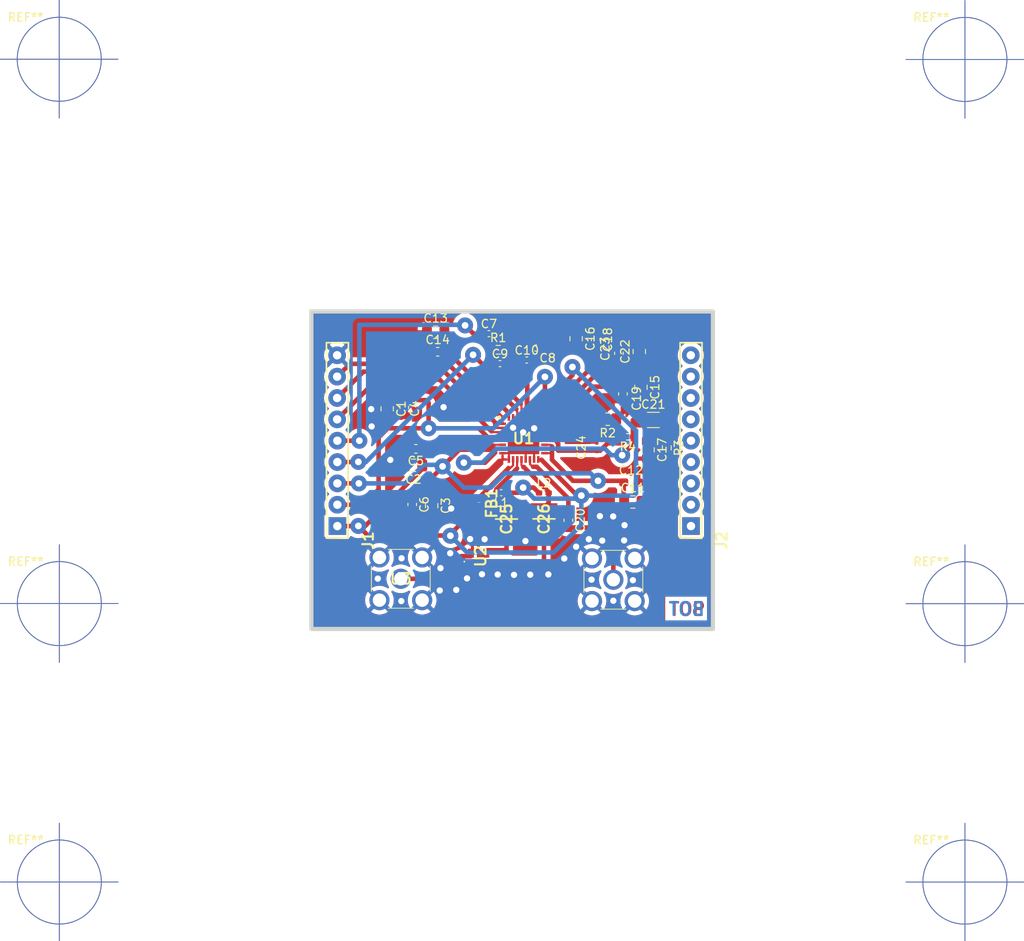
<source format=kicad_pcb>
(kicad_pcb (version 20240108) (generator "pcbnew") (generator_version "8.0")
  (layers (0 "F.Cu" signal) (31 "B.Cu" signal) (34 "B.Paste" user) (35 "F.Paste" user) (36 "B.SilkS" user "B.Silkscreen") (37 "F.SilkS" user "F.Silkscreen") (38 "B.Mask" user) (39 "F.Mask" user) (44 "Edge.Cuts" user))
  (net 0 "")
  (net 1 "/3.3V_d")
  (net 2 "GND")
  (net 3 "/3.3V_a")
  (net 4 "/5V")
  (net 5 "/REFIN_A")
  (net 6 "Net-(C7-Pad2)")
  (net 7 "Net-(C10-Pad1)")
  (net 8 "Net-(U1-REFIN_A)")
  (net 9 "Net-(U1-REFIN_B)")
  (net 10 "Net-(U1-CREG2)")
  (net 11 "Net-(U1-VREF)")
  (net 12 "Net-(U1-CREG1)")
  (net 13 "Net-(U1-CPout)")
  (net 14 "Net-(U1-RF_OUT_B)")
  (net 15 "/RF_B")
  (net 16 "Net-(C21-Pad2)")
  (net 17 "Net-(U1-VBIAS)")
  (net 18 "Net-(U1-VTUNE)")
  (net 19 "Net-(U1-RF_OUT_A+)")
  (net 20 "/RF_A+")
  (net 21 "Net-(U1-RF_OUT_A-)")
  (net 22 "/RF_A-")
  (net 23 "Net-(U1-Vrf)")
  (net 24 "/MUXOUT")
  (net 25 "/LE")
  (net 26 "/DATA")
  (net 27 "/CLK")
  (net 37 "Net-(U1-RSET)")
  (net 38 "/RF_A")
  (footprint "Resistor_SMD:R_0603_1608Metric_Pad0.98x0.95mm_HandSolder" (layer "F.Cu") (at 172.03 96.3 -90)
    (property "Reference" "R3")
    (property "Value" "68")
  )
  (footprint "riferimenti_pcb:aref-top" (layer "F.Cu") (at 99.75 147.96)
    (property "Reference" "REF**")
    (property "Value" "n" (hide yes))
  )
  (footprint "NCR2-113+:NCR2113" (layer "F.Cu") (at 149.64 109.19 90)
    (property "Reference" "U2")
    (property "Value" "NCR2-113+" (hide yes))
  )
  (footprint "riferimenti_pcb:aref-top" (layer "F.Cu") (at 207.5 114.84)
    (property "Reference" "REF**")
    (property "Value" "n" (hide yes))
  )
  (footprint "Capacitor_SMD:C_0603_1608Metric_Pad1.08x0.95mm_HandSolder" (layer "F.Cu") (at 140.7975 91.4825 -90)
    (property "Reference" "C4")
    (property "Value" "10p")
  )
  (footprint "ADF5355:CAPC2928X178N" (layer "F.Cu") (at 157.42 104.75 -90)
    (property "Reference" "C26")
    (property "Value" "1n" (hide yes))
  )
  (footprint "Capacitor_SMD:C_0805_2012Metric_Pad1.18x1.45mm_HandSolder" (layer "F.Cu") (at 141.8975 98.3775 180)
    (property "Reference" "C2")
    (property "Value" "0.1u")
  )
  (footprint "riferimenti_pcb:aref-bot" (layer "F.Cu") (at 207.5 50.08)
    (property "Reference" "REF**")
    (property "Value" "n" (hide yes))
  )
  (footprint "Capacitor_SMD:C_0201_0603Metric_Pad0.64x0.40mm_HandSolder" (layer "F.Cu") (at 163.71 96.16 90)
    (property "Reference" "C24")
    (property "Value" "6800p")
  )
  (footprint "riferimenti_pcb:aref-bot" (layer "F.Cu") (at 99.75 114.83)
    (property "Reference" "REF**")
    (property "Value" "n" (hide yes))
  )
  (footprint "Capacitor_SMD:C_0805_2012Metric_Pad1.18x1.45mm_HandSolder" (layer "F.Cu") (at 144.53 82.56)
    (property "Reference" "C13")
    (property "Value" "100n")
  )
  (footprint "ADF5355:CAPC2928X178N" (layer "F.Cu") (at 152.96 104.77 -90)
    (property "Reference" "C25")
    (property "Value" "1n" (hide yes))
  )
  (footprint "Capacitor_SMD:C_0805_2012Metric_Pad1.18x1.45mm_HandSolder" (layer "F.Cu") (at 167.99 102.74)
    (property "Reference" "C11")
    (property "Value" "0.1u")
  )
  (footprint "riferimenti_pcb:aref-top" (layer "F.Cu") (at 99.74 50.06)
    (property "Reference" "REF**")
    (property "Value" "n" (hide yes))
  )
  (footprint "Connettori_sma_verticali:SMAJPHSTTH1" (layer "F.Cu") (at 165.67 111.99)
    (property "Reference" "1")
    (property "Value" "SMA-J-P-H-ST-TH1" (hide yes))
  )
  (footprint "Inductor_SMD:L_0402_1005Metric_Pad0.77x0.64mm_HandSolder" (layer "F.Cu") (at 152.33 101.64 180)
    (property "Reference" "L1")
    (property "Value" "7.5n")
  )
  (footprint "Capacitor_SMD:C_0805_2012Metric_Pad1.18x1.45mm_HandSolder" (layer "F.Cu") (at 144.05 103.18 -90)
    (property "Reference" "C3")
    (property "Value" "0.1u")
  )
  (footprint "Capacitor_SMD:C_0603_1608Metric_Pad1.08x0.95mm_HandSolder" (layer "F.Cu") (at 144.77 84.87)
    (property "Reference" "C14")
    (property "Value" "10p")
  )
  (footprint "Resistor_SMD:R_0603_1608Metric_Pad0.98x0.95mm_HandSolder" (layer "F.Cu") (at 151.97 84.63)
    (property "Reference" "R1")
    (property "Value" "100")
  )
  (footprint "Capacitor_SMD:C_0805_2012Metric_Pad1.18x1.45mm_HandSolder" (layer "F.Cu") (at 138.7575 91.6525 -90)
    (property "Reference" "C1")
    (property "Value" "0.1u")
  )
  (footprint "Capacitor_SMD:C_0603_1608Metric_Pad1.08x0.95mm_HandSolder" (layer "F.Cu") (at 141.74 103.0375 -90)
    (property "Reference" "C6")
    (property "Value" "10p")
  )
  (footprint "BLM15AX100SN1D:NFZ15SG152SN10B" (layer "F.Cu") (at 149.66 102.79 90)
    (property "Reference" "FB1")
    (property "Value" "FerriteBead" (hide yes))
  )
  (footprint "Capacitor_SMD:C_1206_3216Metric_Pad1.33x1.80mm_HandSolder" (layer "F.Cu") (at 170.43 92.98)
    (property "Reference" "C21")
    (property "Value" "100n")
  )
  (footprint "Inductor_SMD:L_0402_1005Metric_Pad0.77x0.64mm_HandSolder" (layer "F.Cu") (at 157.4 101.67)
    (property "Reference" "L2")
    (property "Value" "7.5n")
  )
  (footprint "Resistor_SMD:R_0402_1005Metric_Pad0.72x0.64mm_HandSolder" (layer "F.Cu") (at 167.4 94.99 180)
    (property "Reference" "R4")
    (property "Value" "430")
  )
  (footprint "Capacitor_SMD:C_0603_1608Metric_Pad1.08x0.95mm_HandSolder" (layer "F.Cu") (at 142.1675 96.4175 180)
    (property "Reference" "C5")
    (property "Value" "10p")
  )
  (footprint "Capacitor_SMD:C_0603_1608Metric_Pad1.08x0.95mm_HandSolder" (layer "F.Cu") (at 166.81 89.88 -90)
    (property "Reference" "C19")
    (property "Value" "10p")
  )
  (footprint "Capacitor_SMD:C_0805_2012Metric_Pad1.18x1.45mm_HandSolder" (layer "F.Cu") (at 161.24 83.31 -90)
    (property "Reference" "C16")
    (property "Value" "100n")
  )
  (footprint "riferimenti_pcb:aref-top" (layer "F.Cu") (at 99.75 114.83)
    (property "Reference" "REF**")
    (property "Value" "n" (hide yes))
  )
  (footprint "riferimenti_pcb:aref-bot" (layer "F.Cu") (at 99.75 147.96)
    (property "Reference" "REF**")
    (property "Value" "n" (hide yes))
  )
  (footprint "Capacitor_SMD:C_0603_1608Metric_Pad1.08x0.95mm_HandSolder" (layer "F.Cu") (at 160.32 104.92 -90)
    (property "Reference" "C20")
    (property "Value" "10p")
  )
  (footprint "header_microwave:header_microwave" (layer "F.Cu") (at 174.885 105.6075 180)
    (property "Reference" "J2")
    (property "Value" "Conn_01x09" (hide yes))
  )
  (footprint "Capacitor_SMD:C_0603_1608Metric_Pad1.08x0.95mm_HandSolder" (layer "F.Cu") (at 167.77 100.41)
    (property "Reference" "C12")
    (property "Value" "10p")
  )
  (footprint "Capacitor_SMD:C_0402_1005Metric_Pad0.74x0.62mm_HandSolder" (layer "F.Cu") (at 150.87 82.71)
    (property "Reference" "C7")
    (property "Value" "1n")
  )
  (footprint "Capacitor_SMD:C_0402_1005Metric_Pad0.74x0.62mm_HandSolder" (layer "F.Cu") (at 156.43 84.42 180)
    (property "Reference" "C8")
    (property "Value" "1n")
  )
  (footprint "riferimenti_pcb:aref-bot" (layer "F.Cu") (at 99.74 50.06)
    (property "Reference" "REF**")
    (property "Value" "n" (hide yes))
  )
  (footprint "ADF5355:QFN50P500X500X80-33N-D" (layer "F.Cu") (at 154.99 95.18)
    (property "Reference" "U1")
    (property "Value" "ADF5355" (hide yes))
  )
  (footprint "Capacitor_SMD:C_0402_1005Metric_Pad0.74x0.62mm_HandSolder" (layer "F.Cu") (at 155.37 85.85)
    (property "Reference" "C10")
    (property "Value" "1n")
  )
  (footprint "Capacitor_SMD:C_0805_2012Metric_Pad1.18x1.45mm_HandSolder" (layer "F.Cu") (at 168.76 84.84 90)
    (property "Reference" "C22")
    (property "Value" "0.1u")
  )
  (footprint "riferimenti_pcb:aref-top" (layer "F.Cu") (at 207.5 147.97)
    (property "Reference" "REF**")
    (property "Value" "n" (hide yes))
  )
  (footprint "Capacitor_SMD:C_0603_1608Metric_Pad1.08x0.95mm_HandSolder" (layer "F.Cu") (at 163.57 83.42 -90)
    (property "Reference" "C18")
    (property "Value" "10p")
  )
  (footprint "riferimenti_pcb:aref-bot" (layer "F.Cu") (at 207.5 114.84)
    (property "Reference" "REF**")
    (property "Value" "n" (hide yes))
  )
  (footprint "Capacitor_SMD:C_0805_2012Metric_Pad1.18x1.45mm_HandSolder" (layer "F.Cu") (at 169.8 96.54 -90)
    (property "Reference" "C17")
    (property "Value" "33n")
  )
  (footprint "Connettori_sma_verticali:SMAJPHSTTH1" (layer "F.Cu") (at 140.38 111.88)
    (property "Reference" "U3")
    (property "Value" "SMA-J-P-H-ST-TH1" (hide yes))
  )
  (footprint "Capacitor_SMD:C_0805_2012Metric_Pad1.18x1.45mm_HandSolder" (layer "F.Cu") (at 168.95 89.1 -90)
    (property "Reference" "C15")
    (property "Value" "0.1u")
  )
  (footprint "Resistor_SMD:R_0805_2012Metric_Pad1.20x1.40mm_HandSolder" (layer "F.Cu") (at 165 92.89 180)
    (property "Reference" "R2")
    (property "Value" "4.7k")
  )
  (footprint "header_microwave:header_microwave" (layer "F.Cu") (at 132.805 105.6075 180)
    (property "Reference" "J1")
    (property "Value" "Conn_01x09" (hide yes))
  )
  (footprint "riferimenti_pcb:aref-top" (layer "F.Cu") (at 207.5 50.08)
    (property "Reference" "REF**")
    (property "Value" "n" (hide yes))
  )
  (footprint "riferimenti_pcb:aref-bot" (layer "F.Cu") (at 207.5 147.97)
    (property "Reference" "REF**")
    (property "Value" "n" (hide yes))
  )
  (footprint "Capacitor_SMD:C_0603_1608Metric_Pad1.08x0.95mm_HandSolder" (layer "F.Cu") (at 166.3325 85.05 90)
    (property "Reference" "C23")
    (property "Value" "10p")
  )
  (footprint "Capacitor_SMD:C_0402_1005Metric_Pad0.74x0.62mm_HandSolder" (layer "F.Cu") (at 152.18 86.28)
    (property "Reference" "C9")
    (property "Value" "1n")
  )
  (gr_rect (start 129.74 80.07) (end 177.52 117.85) (stroke (width 0.5)) (fill none) (layer "Edge.Cuts"))
  (gr_text "TOP" (at 174.47 115.49 0) (layer "F.Cu") (effects (font (size 1.5 1.5) (thickness 0.3))))
  (gr_text "BOT" (at 174.4 115.49 0) (layer "B.Cu") (effects (font (size 1.5 1.5) (thickness 0.3)) (justify mirror)))
  (segment (start 150.703604 94.93) (end 150.653604 94.98) (width 0.25) (layer "F.Cu") (net 1))
  (segment (start 149.66 93.97) (end 150.558918 94.868918) (width 0.541) (layer "F.Cu") (net 1))
  (segment (start 157.53 87.85) (end 157.53 89.729802) (width 0.541) (layer "F.Cu") (net 1))
  (segment (start 137.74 101.24) (end 137.74 95.07) (width 0.541) (layer "F.Cu") (net 1))
  (segment (start 132.83 103.0675) (end 135.9125 103.0675) (width 0.541) (layer "F.Cu") (net 1))
  (segment (start 157.53 89.729802) (end 155.842884 91.416918) (width 0.541) (layer "F.Cu") (net 1))
  (segment (start 138.84 93.97) (end 143.69 93.97) (width 0.541) (layer "F.Cu") (net 1))
  (segment (start 140.7925 90.615) (end 140.7975 90.62) (width 0.541) (layer "F.Cu") (net 1))
  (segment (start 135.9125 103.0675) (end 137.74 101.24) (width 0.541) (layer "F.Cu") (net 1))
  (segment (start 152.49 94.93) (end 150.703604 94.93) (width 0.25) (layer "F.Cu") (net 1))
  (segment (start 143.69 90.96) (end 143.69 93.97) (width 0.541) (layer "F.Cu") (net 1))
  (segment (start 140.7975 90.62) (end 143.35 90.62) (width 0.541) (layer "F.Cu") (net 1))
  (segment (start 138.7575 90.615) (end 140.7925 90.615) (width 0.541) (layer "F.Cu") (net 1))
  (segment (start 137.74 95.07) (end 138.84 93.97) (width 0.541) (layer "F.Cu") (net 1))
  (segment (start 143.69 93.97) (end 149.66 93.97) (width 0.541) (layer "F.Cu") (net 1))
  (segment (start 155.74 92.68) (end 155.74 91.314034) (width 0.25) (layer "F.Cu") (net 1))
  (segment (start 143.35 90.62) (end 143.69 90.96) (width 0.541) (layer "F.Cu") (net 1))
  (segment (start 152.49 94.93) (end 152.48 94.94) (width 0.25) (layer "F.Cu") (net 1))
  (via (at 143.69 93.97) (size 1.9) (drill 0.8) (layers "F.Cu" "B.Cu") (net 1))
  (via (at 157.53 87.85) (size 1.9) (drill 0.8) (layers "F.Cu" "B.Cu") (net 1))
  (segment (start 143.69 93.97) (end 151.41 93.97) (width 0.541) (layer "B.Cu") (net 1))
  (segment (start 151.41 93.97) (end 157.53 87.85) (width 0.541) (layer "B.Cu") (net 1))
  (segment (start 138.7575 92.69) (end 140.4525 92.69) (width 0.541) (layer "F.Cu") (net 2))
  (segment (start 153.24 96.93) (end 154.99 95.18) (width 0.25) (layer "F.Cu") (net 2))
  (segment (start 152.49 96.93) (end 153.24 96.93) (width 0.25) (layer "F.Cu") (net 2))
  (segment (start 171.665 97.5775) (end 172.03 97.2125) (width 0.541) (layer "F.Cu") (net 2))
  (segment (start 153.74 92.68) (end 153.74 93.898) (width 0.25) (layer "F.Cu") (net 2))
  (segment (start 167.415 90.1375) (end 166.81 90.7425) (width 0.541) (layer "F.Cu") (net 2))
  (segment (start 140.4525 92.69) (end 140.7975 92.345) (width 0.541) (layer "F.Cu") (net 2))
  (segment (start 157.49 96.43) (end 156.24 96.43) (width 0.25) (layer "F.Cu") (net 2))
  (segment (start 163.6525 95.61) (end 163.7625 95.72) (width 0.25) (layer "F.Cu") (net 2))
  (segment (start 156.24 97.68) (end 156.24 96.43) (width 0.25) (layer "F.Cu") (net 2))
  (segment (start 166 93.04) (end 166 92.89) (width 0.25) (layer "F.Cu") (net 2))
  (segment (start 166.81 92.08) (end 166 92.89) (width 0.541) (layer "F.Cu") (net 2))
  (segment (start 169.8 97.5775) (end 171.665 97.5775) (width 0.541) (layer "F.Cu") (net 2))
  (segment (start 168.95 90.1375) (end 167.415 90.1375) (width 0.541) (layer "F.Cu") (net 2))
  (segment (start 166.81 90.7425) (end 166.81 92.08) (width 0.541) (layer "F.Cu") (net 2))
  (segment (start 157.49 94.93) (end 155.24 94.93) (width 0.25) (layer "F.Cu") (net 2))
  (segment (start 153.24 97.68) (end 153.24 96.93) (width 0.25) (layer "F.Cu") (net 2))
  (segment (start 155.24 97.68) (end 155.24 96.7035) (width 0.25) (layer "F.Cu") (net 2))
  (via (at 155.21 107.39) (size 0.8) (drill 0.75) (layers "F.Cu" "B.Cu") (net 2))
  (via (at 159.83 109.47) (size 0.8) (drill 0.75) (layers "F.Cu" "B.Cu") (net 2))
  (via (at 136.91 93.75) (size 0.8) (drill 0.75) (layers "F.Cu" "B.Cu") (net 2))
  (via (at 163.08 111.98) (size 0.8) (drill 0.75) (layers "F.Cu" "B.Cu") (net 2))
  (via (at 137.64 111.86) (size 0.8) (drill 0.75) (layers "F.Cu" "B.Cu") (net 2))
  (via (at 156.25 93.97) (size 0.8) (drill 0.75) (layers "F.Cu" "B.Cu") (net 2))
  (via (at 150.04 111.34) (size 0.8) (drill 0.75) (layers "F.Cu" "B.Cu") (net 2))
  (via (at 153.85 111.41) (size 0.8) (drill 0.75) (layers "F.Cu" "B.Cu") (net 2))
  (via (at 165.65 104.46) (size 0.8) (drill 0.75) (layers "F.Cu" "B.Cu") (net 2))
  (via (at 140.44 114.53) (size 0.8) (drill 0.75) (layers "F.Cu" "B.Cu") (net 2))
  (via (at 165.67 114.49) (size 0.8) (drill 0.75) (layers "F.Cu" "B.Cu") (net 2))
  (via (at 155.78 111.39) (size 0.8) (drill 0.75) (layers "F.Cu" "B.Cu") (net 2))
  (via (at 148.63 107.15) (size 0.8) (drill 0.75) (layers "F.Cu" "B.Cu") (net 2))
  (via (at 164.35 107.34) (size 0.8) (drill 0.75) (layers "F.Cu" "B.Cu") (net 2))
  (via (at 150.35 107.17) (size 0.8) (drill 0.75) (layers "F.Cu" "B.Cu") (net 2))
  (via (at 168 112.05) (size 0.8) (drill 0.75) (layers "F.Cu" "B.Cu") (net 2))
  (via (at 146.26 108.84) (size 0.8) (drill 0.75) (layers "F.Cu" "B.Cu") (net 2))
  (via (at 151.91 111.37) (size 0.8) (drill 0.75) (layers "F.Cu" "B.Cu") (net 2))
  (via (at 157.94 111.36) (size 0.8) (drill 0.75) (layers "F.Cu" "B.Cu") (net 2))
  (via (at 154.94 94.45) (size 0.8) (drill 0.75) (layers "F.Cu" "B.Cu") (net 2))
  (via (at 148.26 111.83) (size 0.8) (drill 0.75) (layers "F.Cu" "B.Cu") (net 2))
  (via (at 146.38 103.52) (size 0.8) (drill 0.75) (layers "F.Cu" "B.Cu") (net 2))
  (via (at 145.47 91.46) (size 0.8) (drill 0.75) (layers "F.Cu" "B.Cu") (net 2))
  (via (at 161.24 108.06) (size 0.8) (drill 0.75) (layers "F.Cu" "B.Cu") (net 2))
  (via (at 140.47 109.44) (size 0.8) (drill 0.75) (layers "F.Cu" "B.Cu") (net 2))
  (via (at 139.13 97.73) (size 0.8) (drill 0.75) (layers "F.Cu" "B.Cu") (net 2))
  (via (at 167 105.5) (size 0.8) (drill 0.75) (layers "F.Cu" "B.Cu") (net 2))
  (via (at 166.95 107.31) (size 0.8) (drill 0.75) (layers "F.Cu" "B.Cu") (net 2))
  (via (at 164.07 104.43) (size 0.8) (drill 0.75) (layers "F.Cu" "B.Cu") (net 2))
  (via (at 136.86 91.69) (size 0.8) (drill 0.75) (layers "F.Cu" "B.Cu") (net 2))
  (via (at 153.74 93.898) (size 0.8) (drill 0.75) (layers "F.Cu" "B.Cu") (net 2))
  (via (at 145.1 110.61) (size 0.8) (drill 0.75) (layers "F.Cu" "B.Cu") (net 2))
  (via (at 146.98 113.2) (size 0.8) (drill 0.75) (layers "F.Cu" "B.Cu") (net 2))
  (via (at 145.01 113.27) (size 0.8) (drill 0.75) (layers "F.Cu" "B.Cu") (net 2))
  (via (at 162.75 107.17) (size 0.8) (drill 0.75) (layers "F.Cu" "B.Cu") (net 2))
  (segment (start 160.8 87.66) (end 156.6505 91.8095) (width 0.541) (layer "F.Cu") (net 3))
  (segment (start 143.03 96.4175) (end 143.03 98.2825) (width 0.541) (layer "F.Cu") (net 3))
  (segment (start 152.49 95.43) (end 150.84 95.43) (width 0.25) (layer "F.Cu") (net 3))
  (segment (start 146.28 106.76) (end 146.25 106.73) (width 0.541) (layer "F.Cu") (net 3))
  (segment (start 143.03 96.4175) (end 145.8225 96.4175) (width 0.541) (layer "F.Cu") (net 3))
  (segment (start 160.8 86.68) (end 160.8 87.66) (width 0.541) (layer "F.Cu") (net 3))
  (segment (start 145.8225 96.4175) (end 146.58 95.66) (width 0.541) (layer "F.Cu") (net 3))
  (segment (start 157.1 97.68) (end 156.74 97.68) (width 0.25) (layer "F.Cu") (net 3))
  (segment (start 157.13 97.71) (end 157.13 97.74) (width 0.541) (layer "F.Cu") (net 3))
  (segment (start 157.13 97.74) (end 161.37 101.98) (width 0.541) (layer "F.Cu") (net 3))
  (segment (start 154.94 101.03) (end 154.94 101.32) (width 1.072) (layer "F.Cu") (net 3))
  (segment (start 157.13 97.71) (end 157.1 97.68) (width 0.25) (layer "F.Cu") (net 3))
  (segment (start 161.37 101.98) (end 161.86 101.98) (width 0.541) (layer "F.Cu") (net 3))
  (segment (start 154.94 101.03) (end 156.1875 101.03) (width 0.541) (layer "F.Cu") (net 3))
  (segment (start 136.15 105.59) (end 142.935 98.805) (width 0.541) (layer "F.Cu") (net 3))
  (segment (start 135.3125 105.6075) (end 135.33 105.59) (width 0.541) (layer "F.Cu") (net 3))
  (segment (start 146.28 106.57) (end 149.66 103.19) (width 0.541) (layer "F.Cu") (net 3))
  (segment (start 156.1875 101.03) (end 156.8275 101.67) (width 0.541) (layer "F.Cu") (net 3))
  (segment (start 152.9025 101.64) (end 154.33 101.64) (width 0.541) (layer "F.Cu") (net 3))
  (segment (start 146.28 106.76) (end 146.28 106.57) (width 0.541) (layer "F.Cu") (net 3))
  (segment (start 135.33 105.59) (end 136.15 105.59) (width 0.541) (layer "F.Cu") (net 3))
  (segment (start 146.25 106.73) (end 136.47 106.73) (width 0.541) (layer "F.Cu") (net 3))
  (segment (start 132.83 105.6075) (end 135.3125 105.6075) (width 0.541) (layer "F.Cu") (net 3))
  (segment (start 156.24 92.03) (end 156.24 92.68) (width 0.25) (layer "F.Cu") (net 3))
  (segment (start 156.55 91.72) (end 156.24 92.03) (width 0.25) (layer "F.Cu") (net 3))
  (segment (start 154.33 101.64) (end 154.94 101.03) (width 0.541) (layer "F.Cu") (net 3))
  (segment (start 146.519918 95.609918) (end 150.763556 95.609918) (width 0.541) (layer "F.Cu") (net 3))
  (segment (start 146.58 95.66) (end 146.58 95.59) (width 0.541) (layer "F.Cu") (net 3))
  (segment (start 142.935 98.805) (end 142.935 98.3775) (width 0.541) (layer "F.Cu") (net 3))
  (segment (start 136.47 106.73) (end 135.33 105.59) (width 0.541) (layer "F.Cu") (net 3))
  (via (at 160.8 86.68) (size 1.9) (drill 0.8) (layers "F.Cu" "B.Cu") (net 3))
  (via (at 135.33 105.59) (size 1.9) (drill 0.8) (layers "F.Cu" "B.Cu") (net 3))
  (via (at 146.28 106.76) (size 1.9) (drill 0.8) (layers "F.Cu" "B.Cu") (net 3))
  (via (at 161.86 101.98) (size 1.9) (drill 0.8) (layers "F.Cu" "B.Cu") (net 3))
  (via (at 154.94 101.03) (size 1.9) (drill 0.8) (layers "F.Cu" "B.Cu") (net 3))
  (segment (start 160.8 86.68) (end 168.37 94.25) (width 0.541) (layer "B.Cu") (net 3))
  (segment (start 168.37 101.7) (end 168.09 101.98) (width 0.541) (layer "B.Cu") (net 3))
  (segment (start 154.94 101.03) (end 156.25 102.34) (width 0.541) (layer "B.Cu") (net 3))
  (segment (start 161.5 102.34) (end 161.86 101.98) (width 0.541) (layer "B.Cu") (net 3))
  (segment (start 135.33 105.59) (end 135.53 105.79) (width 0.541) (layer "B.Cu") (net 3))
  (segment (start 146.28 106.76) (end 148.27 108.75) (width 0.541) (layer "B.Cu") (net 3))
  (segment (start 168.37 94.25) (end 168.37 101.7) (width 0.541) (layer "B.Cu") (net 3))
  (segment (start 156.25 102.34) (end 161.5 102.34) (width 0.541) (layer "B.Cu") (net 3))
  (segment (start 154.94 101.03) (end 154.94 101.06) (width 1.072) (layer "B.Cu") (net 3))
  (segment (start 168.09 101.98) (end 161.86 101.98) (width 0.541) (layer "B.Cu") (net 3))
  (segment (start 161.86 105.46) (end 161.86 101.98) (width 0.541) (layer "B.Cu") (net 3))
  (segment (start 148.27 108.75) (end 158.57 108.75) (width 0.541) (layer "B.Cu") (net 3))
  (segment (start 158.57 108.75) (end 161.86 105.46) (width 0.541) (layer "B.Cu") (net 3))
  (segment (start 145.355 98.505) (end 147.34 96.52) (width 0.541) (layer "F.Cu") (net 4))
  (segment (start 147.34 96.52) (end 150.901406 96.52) (width 0.541) (layer "F.Cu") (net 4))
  (segment (start 145.355 98.56) (end 141.74 102.175) (width 0.541) (layer "F.Cu") (net 4))
  (segment (start 150.901406 96.52) (end 151.388522 96.032884) (width 0.541) (layer "F.Cu") (net 4))
  (segment (start 132.83 100.5275) (end 135.3875 100.5275) (width 0.541) (layer "F.Cu") (net 4))
  (segment (start 135.3875 100.5275) (end 135.39 100.53) (width 0.541) (layer "F.Cu") (net 4))
  (segment (start 163.85 100.22) (end 160.87 100.22) (width 0.541) (layer "F.Cu") (net 4))
  (segment (start 145.355 98.505) (end 145.355 98.56) (width 0.541) (layer "F.Cu") (net 4))
  (segment (start 163.85 100.22) (end 166.7175 100.22) (width 0.541) (layer "F.Cu") (net 4))
  (segment (start 158.37 96.11) (end 158.19 95.93) (width 0.25) (layer "F.Cu") (net 4))
  (segment (start 158.37 97.72) (end 158.37 96.13) (width 0.541) (layer "F.Cu") (net 4))
  (segment (start 151.285638 95.93) (end 152.49 95.93) (width 0.25) (layer "F.Cu") (net 4))
  (segment (start 141.74 102.175) (end 142.845 102.175) (width 0.541) (layer "F.Cu") (net 4))
  (segment (start 166.9075 102.695) (end 166.9525 102.74) (width 0.541) (layer "F.Cu") (net 4))
  (segment (start 158.19 95.93) (end 157.49 95.93) (width 0.25) (layer "F.Cu") (net 4))
  (segment (start 160.87 100.22) (end 158.37 97.72) (width 0.541) (layer "F.Cu") (net 4))
  (segment (start 166.7175 100.22) (end 166.9075 100.41) (width 0.541) (layer "F.Cu") (net 4))
  (segment (start 166.9075 100.41) (end 166.9075 102.695) (width 0.541) (layer "F.Cu") (net 4))
  (segment (start 142.845 102.175) (end 143.6775 102.175) (width 0.541) (layer "F.Cu") (net 4))
  (segment (start 157.49 96.93) (end 158.306 96.93) (width 0.25) (layer "F.Cu") (net 4))
  (via (at 135.39 100.53) (size 1.9) (drill 0.8) (layers "F.Cu" "B.Cu") (net 4))
  (via (at 163.85 100.22) (size 1.9) (drill 0.8) (layers "F.Cu" "B.Cu") (net 4))
  (via (at 145.355 98.505) (size 1.9) (drill 0.8) (layers "F.Cu" "B.Cu") (net 4))
  (segment (start 162.96 99.33) (end 163.85 100.22) (width 0.541) (layer "B.Cu") (net 4))
  (segment (start 151.09 101.02) (end 152.78 99.33) (width 0.541) (layer "B.Cu") (net 4))
  (segment (start 145.355 98.505) (end 147.87 101.02) (width 0.541) (layer "B.Cu") (net 4))
  (segment (start 140.89 100.53) (end 135.39 100.53) (width 0.541) (layer "B.Cu") (net 4))
  (segment (start 147.87 101.02) (end 151.09 101.02) (width 0.541) (layer "B.Cu") (net 4))
  (segment (start 143.1 98.32) (end 140.89 100.53) (width 0.541) (layer "B.Cu") (net 4))
  (segment (start 145.17 98.32) (end 143.1 98.32) (width 0.541) (layer "B.Cu") (net 4))
  (segment (start 152.78 99.33) (end 162.96 99.33) (width 0.541) (layer "B.Cu") (net 4))
  (segment (start 145.355 98.505) (end 145.17 98.32) (width 0.541) (layer "B.Cu") (net 4))
  (segment (start 148.03 81.73) (end 149.01 82.71) (width 0.541) (layer "F.Cu") (net 5))
  (segment (start 132.83 95.4475) (end 135.4475 95.4475) (width 0.541) (layer "F.Cu") (net 5))
  (segment (start 149.01 82.71) (end 150.3025 82.71) (width 0.541) (layer "F.Cu") (net 5))
  (segment (start 135.4475 95.4475) (end 135.45 95.45) (width 0.541) (layer "F.Cu") (net 5))
  (via (at 148.03 81.73) (size 1.9) (drill 0.8) (layers "F.Cu" "B.Cu") (net 5))
  (via (at 135.45 95.45) (size 1.9) (drill 0.8) (layers "F.Cu" "B.Cu") (net 5))
  (segment (start 135.45 81.66) (end 135.45 95.45) (width 0.541) (layer "B.Cu") (net 5))
  (segment (start 148.03 81.73) (end 147.96 81.66) (width 0.541) (layer "B.Cu") (net 5))
  (segment (start 147.96 81.66) (end 135.45 81.66) (width 0.541) (layer "B.Cu") (net 5))
  (segment (start 151.4375 83.4325) (end 150.98 83.89) (width 0.541) (layer "F.Cu") (net 6))
  (segment (start 150.98 84.5525) (end 151.0575 84.63) (width 0.541) (layer "F.Cu") (net 6))
  (segment (start 151.08 86.3) (end 151.0575 86.2775) (width 0.541) (layer "F.Cu") (net 6))
  (segment (start 151.1 86.28) (end 151.08 86.3) (width 0.541) (layer "F.Cu") (net 6))
  (segment (start 151.6125 86.28) (end 151.1 86.28) (width 0.541) (layer "F.Cu") (net 6))
  (segment (start 151.0575 86.2775) (end 151.0575 84.63) (width 0.541) (layer "F.Cu") (net 6))
  (segment (start 150.98 83.89) (end 150.98 84.5525) (width 0.541) (layer "F.Cu") (net 6))
  (segment (start 151.4375 82.71) (end 151.4375 83.4325) (width 0.541) (layer "F.Cu") (net 6))
  (segment (start 154.8 84.63) (end 154.8 85.8475) (width 0.541) (layer "F.Cu") (net 7))
  (segment (start 155.6525 84.63) (end 155.8625 84.42) (width 0.541) (layer "F.Cu") (net 7))
  (segment (start 154.8 84.63) (end 155.6525 84.63) (width 0.541) (layer "F.Cu") (net 7))
  (segment (start 154.8 85.8475) (end 154.8025 85.85) (width 0.541) (layer "F.Cu") (net 7))
  (segment (start 152.8825 84.63) (end 154.8 84.63) (width 0.541) (layer "F.Cu") (net 7))
  (segment (start 154.66 91.1) (end 154.74 91.18) (width 0.25) (layer "F.Cu") (net 8))
  (segment (start 152.7475 89.143) (end 154.6445 91.04) (width 0.541) (layer "F.Cu") (net 8))
  (segment (start 154.74 91.18) (end 154.74 92.68) (width 0.25) (layer "F.Cu") (net 8))
  (segment (start 152.7475 86.28) (end 152.7475 89.143) (width 0.541) (layer "F.Cu") (net 8))
  (segment (start 155.34 90.75) (end 155.24 90.85) (width 0.25) (layer "F.Cu") (net 9))
  (segment (start 155.43 86.64) (end 155.43 89.64) (width 0.541) (layer "F.Cu") (net 9))
  (segment (start 155.24 90.85) (end 155.24 92.68) (width 0.25) (layer "F.Cu") (net 9))
  (segment (start 155.43 90.78187) (end 155.365935 90.845935) (width 0.541) (layer "F.Cu") (net 9))
  (segment (start 155.9375 85.85) (end 155.9375 86.1325) (width 0.541) (layer "F.Cu") (net 9))
  (segment (start 155.9375 86.1325) (end 155.43 86.64) (width 0.541) (layer "F.Cu") (net 9))
  (segment (start 155.43 89.37) (end 155.43 90.78187) (width 0.541) (layer "F.Cu") (net 9))
  (segment (start 145.6325 84.87) (end 145.94 84.87) (width 0.541) (layer "F.Cu") (net 10))
  (segment (start 145.94 84.87) (end 153.1195 92.0495) (width 0.541) (layer "F.Cu") (net 10))
  (segment (start 145.5675 82.56) (end 145.5675 84.805) (width 0.541) (layer "F.Cu") (net 10))
  (segment (start 153.1195 92.0495) (end 153.1195 92.381568) (width 0.541) (layer "F.Cu") (net 10))
  (segment (start 145.5675 84.805) (end 145.6325 84.87) (width 0.541) (layer "F.Cu") (net 10))
  (segment (start 167.765 88.0625) (end 166.81 89.0175) (width 0.541) (layer "F.Cu") (net 11))
  (segment (start 168.95 88.0625) (end 167.765 88.0625) (width 0.541) (layer "F.Cu") (net 11))
  (segment (start 158.29 93.93) (end 158.81 93.41) (width 0.25) (layer "F.Cu") (net 11))
  (segment (start 163.2025 89.0175) (end 158.81 93.41) (width 0.541) (layer "F.Cu") (net 11))
  (segment (start 166.81 89.0175) (end 163.2025 89.0175) (width 0.541) (layer "F.Cu") (net 11))
  (segment (start 158.81 93.41) (end 158.8 93.41) (width 0.541) (layer "F.Cu") (net 11))
  (segment (start 157.49 93.93) (end 158.29 93.93) (width 0.25) (layer "F.Cu") (net 11))
  (segment (start 163.57 84.2825) (end 163.57 86.23) (width 0.541) (layer "F.Cu") (net 12))
  (segment (start 163.57 86.23) (end 157.12 92.68) (width 0.541) (layer "F.Cu") (net 12))
  (segment (start 163.505 84.3475) (end 163.57 84.2825) (width 0.541) (layer "F.Cu") (net 12))
  (segment (start 157.12 92.68) (end 156.8605 92.68) (width 0.541) (layer "F.Cu") (net 12))
  (segment (start 161.24 84.3475) (end 163.505 84.3475) (width 0.541) (layer "F.Cu") (net 12))
  (segment (start 166.721321 97.174907) (end 167.9975 95.898728) (width 0.541) (layer "F.Cu") (net 13))
  (segment (start 168.8675 92.98) (end 169.7 92.98) (width 0.541) (layer "F.Cu") (net 13))
  (segment (start 168.03 92.98) (end 167.9975 93.0125) (width 0.541) (layer "F.Cu") (net 13))
  (segment (start 169.71 92.97) (end 169.8 93.06) (width 0.541) (layer "F.Cu") (net 13))
  (segment (start 151.95 96.43) (end 151.63 96.75) (width 0.25) (layer "F.Cu") (net 13))
  (segment (start 150.409338 98.06) (end 151.609669 96.859669) (width 0.541) (layer "F.Cu") (net 13))
  (segment (start 167.9975 95.898728) (end 167.9975 94.99) (width 0.541) (layer "F.Cu") (net 13))
  (segment (start 152.49 96.43) (end 151.95 96.43) (width 0.25) (layer "F.Cu") (net 13))
  (segment (start 168.8675 92.98) (end 168.03 92.98) (width 0.541) (layer "F.Cu") (net 13))
  (segment (start 147.88 98.06) (end 150.409338 98.06) (width 0.541) (layer "F.Cu") (net 13))
  (segment (start 169.8 93.06) (end 169.8 95.5025) (width 0.541) (layer "F.Cu") (net 13))
  (segment (start 169.7 92.98) (end 169.71 92.97) (width 0.541) (layer "F.Cu") (net 13))
  (segment (start 167.9975 93.0125) (end 167.9975 94.99) (width 0.541) (layer "F.Cu") (net 13))
  (via (at 166.721321 97.174907) (size 1.9) (drill 0.8) (layers "F.Cu" "B.Cu") (net 13))
  (via (at 147.88 98.06) (size 1.9) (drill 0.8) (layers "F.Cu" "B.Cu") (net 13))
  (segment (start 151.75 96.4) (end 150.09 98.06) (width 0.541) (layer "B.Cu") (net 13))
  (segment (start 150.09 98.06) (end 147.88 98.06) (width 0.541) (layer "B.Cu") (net 13))
  (segment (start 165.444907 97.174907) (end 164.67 96.4) (width 0.541) (layer "B.Cu") (net 13))
  (segment (start 164.67 96.4) (end 151.75 96.4) (width 0.541) (layer "B.Cu") (net 13))
  (segment (start 166.721321 97.174907) (end 165.444907 97.174907) (width 0.541) (layer "B.Cu") (net 13))
  (segment (start 155.765 98.255) (end 156.00056 98.49056) (width 0.25) (layer "F.Cu") (net 14))
  (segment (start 156.54938 98.5505) (end 156.12056 98.5505) (width 0.541) (layer "F.Cu") (net 14))
  (segment (start 155.74 97.68) (end 155.765 97.705) (width 0.25) (layer "F.Cu") (net 14))
  (segment (start 155.765 97.705) (end 155.765 98.255) (width 0.25) (layer "F.Cu") (net 14))
  (segment (start 160.32 102.32112) (end 156.54938 98.5505) (width 0.541) (layer "F.Cu") (net 14))
  (segment (start 160.32 104.0575) (end 160.32 102.32112) (width 0.541) (layer "F.Cu") (net 14))
  (segment (start 165.67 105.85) (end 165.67 111.99) (width 0.541) (layer "F.Cu") (net 15))
  (segment (start 165.6025 105.7825) (end 165.67 105.85) (width 0.541) (layer "F.Cu") (net 15))
  (segment (start 160.32 105.7825) (end 165.6025 105.7825) (width 0.541) (layer "F.Cu") (net 15))
  (segment (start 171.9925 95.35) (end 172.03 95.3875) (width 0.541) (layer "F.Cu") (net 16))
  (segment (start 171.9925 92.98) (end 171.9925 95.35) (width 0.541) (layer "F.Cu") (net 16))
  (segment (start 157.49 93.43) (end 157.82 93.1) (width 0.25) (layer "F.Cu") (net 17))
  (segment (start 168.76 85.8775) (end 166.3675 85.8775) (width 0.541) (layer "F.Cu") (net 17))
  (segment (start 157.82 93.1) (end 158.05 93.1) (width 0.25) (layer "F.Cu") (net 17))
  (segment (start 166.3325 85.9125) (end 165.2375 85.9125) (width 0.541) (layer "F.Cu") (net 17))
  (segment (start 166.3675 85.8775) (end 166.3325 85.9125) (width 0.541) (layer "F.Cu") (net 17))
  (segment (start 165.2375 85.9125) (end 158.05 93.1) (width 0.541) (layer "F.Cu") (net 17))
  (segment (start 163.71 96.625) (end 159.111 96.625) (width 0.541) (layer "F.Cu") (net 18))
  (segment (start 159.111 96.625) (end 159.111 95.821) (width 0.541) (layer "F.Cu") (net 18))
  (segment (start 166.705 95.755) (end 166.8025 95.6575) (width 0.541) (layer "F.Cu") (net 18))
  (segment (start 166.7625 94.95) (end 166.8025 94.99) (width 0.25) (layer "F.Cu") (net 18))
  (segment (start 166.8025 95.6575) (end 166.8025 94.99) (width 0.541) (layer "F.Cu") (net 18))
  (segment (start 164.985 95.755) (end 166.705 95.755) (width 0.541) (layer "F.Cu") (net 18))
  (segment (start 158.61 95.43) (end 157.49 95.43) (width 0.25) (layer "F.Cu") (net 18))
  (segment (start 164.115 96.625) (end 164.985 95.755) (width 0.541) (layer "F.Cu") (net 18))
  (segment (start 159.111 95.821) (end 159.045 95.755) (width 0.541) (layer "F.Cu") (net 18))
  (segment (start 158.87 95.69) (end 158.61 95.43) (width 0.25) (layer "F.Cu") (net 18))
  (segment (start 163.71 96.625) (end 164.115 96.625) (width 0.541) (layer "F.Cu") (net 18))
  (segment (start 151.7575 101.2125) (end 154.215 98.755) (width 0.541) (layer "F.Cu") (net 19))
  (segment (start 154.22 97.68) (end 154.215 97.685) (width 0.25) (layer "F.Cu") (net 19))
  (segment (start 154.24 97.68) (end 154.22 97.68) (width 0.25) (layer "F.Cu") (net 19))
  (segment (start 151.7575 102.2275) (end 152.96 103.43) (width 0.541) (layer "F.Cu") (net 19))
  (segment (start 151.7575 101.64) (end 151.7575 102.2275) (width 0.541) (layer "F.Cu") (net 19))
  (segment (start 151.7575 101.64) (end 151.7575 101.2125) (width 0.541) (layer "F.Cu") (net 19))
  (segment (start 154.215 97.685) (end 154.215 98.755) (width 0.25) (layer "F.Cu") (net 19))
  (segment (start 152.89 108.48) (end 150.555 108.48) (width 0.541) (layer "F.Cu") (net 20))
  (segment (start 152.96 108.41) (end 152.89 108.48) (width 0.541) (layer "F.Cu") (net 20))
  (segment (start 152.96 106.11) (end 152.96 108.41) (width 0.541) (layer "F.Cu") (net 20))
  (segment (start 155.021662 98.59) (end 154.96 98.59) (width 0.541) (layer "F.Cu") (net 21))
  (segment (start 157.9725 101.67) (end 157.9725 101.540838) (width 0.541) (layer "F.Cu") (net 21))
  (segment (start 154.74 97.68) (end 154.74 98.37) (width 0.25) (layer "F.Cu") (net 21))
  (segment (start 157.9725 101.540838) (end 155.021662 98.59) (width 0.541) (layer "F.Cu") (net 21))
  (segment (start 157.9725 102.8575) (end 157.42 103.41) (width 0.541) (layer "F.Cu") (net 21))
  (segment (start 157.9725 101.67) (end 157.9725 102.8575) (width 0.541) (layer "F.Cu") (net 21))
  (segment (start 154.96 98.59) (end 155.51 99.14) (width 0.25) (layer "F.Cu") (net 21))
  (segment (start 154.74 98.37) (end 154.96 98.59) (width 0.25) (layer "F.Cu") (net 21))
  (segment (start 157.42 109.88) (end 157.39 109.91) (width 0.541) (layer "F.Cu") (net 22))
  (segment (start 157.39 109.9) (end 150.555 109.9) (width 0.541) (layer "F.Cu") (net 22))
  (segment (start 157.42 106.09) (end 157.42 109.88) (width 0.541) (layer "F.Cu") (net 22))
  (segment (start 153.74 98.38) (end 153.74 97.68) (width 0.25) (layer "F.Cu") (net 23))
  (segment (start 153.2 98.722068) (end 149.66 102.262068) (width 0.541) (layer "F.Cu") (net 23))
  (segment (start 149.66 102.262068) (end 149.66 102.39) (width 0.541) (layer "F.Cu") (net 23))
  (segment (start 153.2 98.7) (end 153.2 98.722068) (width 0.541) (layer "F.Cu") (net 23))
  (segment (start 153.42 98.7) (end 153.74 98.38) (width 0.25) (layer "F.Cu") (net 23))
  (segment (start 135.3125 97.9875) (end 135.33 97.97) (width 0.541) (layer "F.Cu") (net 24))
  (segment (start 154.035 91.775) (end 154.24 91.98) (width 0.25) (layer "F.Cu") (net 24))
  (segment (start 153.1 90.66) (end 150.11 87.67) (width 0.541) (layer "F.Cu") (net 24))
  (segment (start 154.13 91.68) (end 152.91 90.46) (width 0.541) (layer "F.Cu") (net 24))
  (segment (start 154.24 91.98) (end 154.24 92.68) (width 0.25) (layer "F.Cu") (net 24))
  (segment (start 150.11 87.67) (end 150.11 86.36) (width 0.541) (layer "F.Cu") (net 24))
  (segment (start 132.83 97.9875) (end 135.3125 97.9875) (width 0.541) (layer "F.Cu") (net 24))
  (segment (start 150.11 86.36) (end 148.98 85.23) (width 0.541) (layer "F.Cu") (net 24))
  (via (at 135.33 97.97) (size 1.9) (drill 0.8) (layers "F.Cu" "B.Cu") (net 24))
  (via (at 148.98 85.23) (size 1.9) (drill 0.8) (layers "F.Cu" "B.Cu") (net 24))
  (segment (start 135.33 97.97) (end 136.24 97.97) (width 0.541) (layer "B.Cu") (net 24))
  (segment (start 136.24 97.97) (end 148.98 85.23) (width 0.541) (layer "B.Cu") (net 24))
  (segment (start 151.19 94.43) (end 151.17 94.45) (width 0.25) (layer "F.Cu") (net 25))
  (segment (start 137.65 88.18) (end 145.01 88.18) (width 0.541) (layer "F.Cu") (net 25))
  (segment (start 132.805 92.9075) (end 137.5325 88.18) (width 0.541) (layer "F.Cu") (net 25))
  (segment (start 145.01 88.18) (end 151.1645 94.3345) (width 0.541) (layer "F.Cu") (net 25))
  (segment (start 152.49 94.43) (end 151.19 94.43) (width 0.25) (layer "F.Cu") (net 25))
  (segment (start 137.5325 88.18) (end 137.65 88.18) (width 0.541) (layer "F.Cu") (net 25))
  (segment (start 145.56 87.23) (end 151.6195 93.2895) (width 0.541) (layer "F.Cu") (net 26))
  (segment (start 132.805 90.3675) (end 135.9425 87.23) (width 0.541) (layer "F.Cu") (net 26))
  (segment (start 152.49 93.93) (end 151.79 93.93) (width 0.25) (layer "F.Cu") (net 26))
  (segment (start 135.9425 87.23) (end 145.56 87.23) (width 0.541) (layer "F.Cu") (net 26))
  (segment (start 151.79 93.93) (end 151.765 93.905) (width 0.25) (layer "F.Cu") (net 26))
  (segment (start 151.6195 93.2895) (end 151.6195 93.715) (width 0.541) (layer "F.Cu") (net 26))
  (segment (start 145.99 86.3) (end 152.49 92.8) (width 0.541) (layer "F.Cu") (net 27))
  (segment (start 152.49 92.8) (end 152.49 93.43) (width 0.25) (layer "F.Cu") (net 27))
  (segment (start 132.805 87.8275) (end 134.3325 86.3) (width 0.541) (layer "F.Cu") (net 27))
  (segment (start 134.3325 86.3) (end 145.99 86.3) (width 0.541) (layer "F.Cu") (net 27))
  (segment (start 158.52 94.43) (end 157.49 94.43) (width 0.25) (layer "F.Cu") (net 37))
  (segment (start 159.007932 94.26) (end 158.82 94.26) (width 0.541) (layer "F.Cu") (net 37))
  (segment (start 164 92.89) (end 160.377932 92.89) (width 0.541) (layer "F.Cu") (net 37))
  (segment (start 158.77 94.18) (end 158.52 94.43) (width 0.25) (layer "F.Cu") (net 37))
  (segment (start 160.377932 92.89) (end 159.007932 94.26) (width 0.541) (layer "F.Cu") (net 37))
  (segment (start 147.52 110.48) (end 147.52 109.25) (width 0.541) (layer "F.Cu") (net 38))
  (segment (start 140.38 111.88) (end 146.12 111.88) (width 0.541) (layer "F.Cu") (net 38))
  (segment (start 146.12 111.88) (end 147.52 110.48) (width 0.541) (layer "F.Cu") (net 38))
  (segment (start 147.58 109.19) (end 148.725 109.19) (width 0.541) (layer "F.Cu") (net 38))
  (segment (start 147.52 109.25) (end 147.58 109.19) (width 0.541) (layer "F.Cu") (net 38))
  (zone (net 2) (net_name "GND") (layer "F.Cu") (connect_pads (clearance 0.508)) (min_thickness 0.254) (fill yes (thermal_gap 0.508) (thermal_bridge_width 0.508))
    (polygon (pts (xy 177.54 80.14) (xy 177.54 117.87) (xy 129.71 117.81) (xy 129.76 80.11)))
  )
  (zone (net 2) (net_name "GND") (layer "B.Cu") (connect_pads (clearance 0.508)) (min_thickness 0.254) (fill yes (thermal_gap 0.508) (thermal_bridge_width 0.508))
    (polygon (pts (xy 177.52 80.16) (xy 177.52 117.8) (xy 129.72 117.84) (xy 129.74 80.12)))
  )
)
</source>
